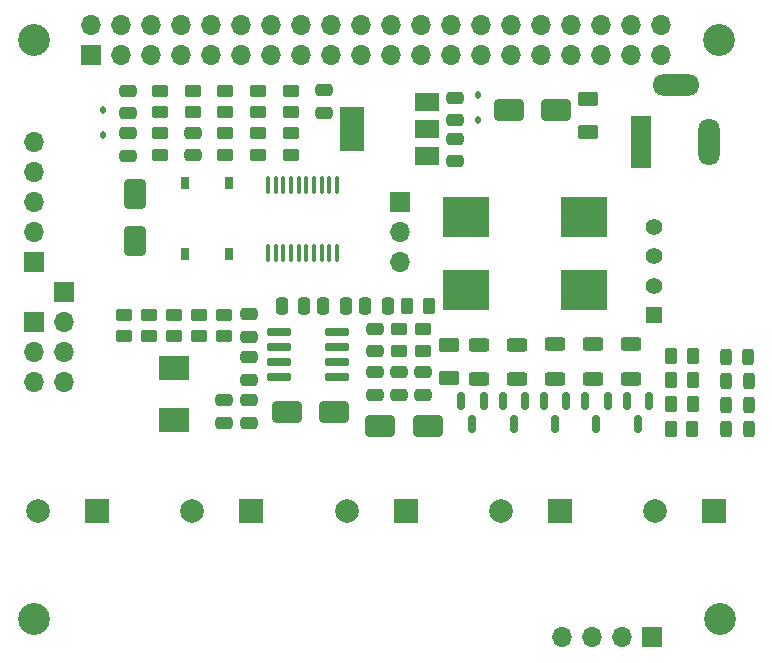
<source format=gbr>
%TF.GenerationSoftware,KiCad,Pcbnew,(7.0.0-0)*%
%TF.CreationDate,2023-04-09T21:16:23-05:00*%
%TF.ProjectId,ras_pi_supercap_ups,7261735f-7069-45f7-9375-706572636170,rev?*%
%TF.SameCoordinates,Original*%
%TF.FileFunction,Soldermask,Top*%
%TF.FilePolarity,Negative*%
%FSLAX46Y46*%
G04 Gerber Fmt 4.6, Leading zero omitted, Abs format (unit mm)*
G04 Created by KiCad (PCBNEW (7.0.0-0)) date 2023-04-09 21:16:23*
%MOMM*%
%LPD*%
G01*
G04 APERTURE LIST*
G04 Aperture macros list*
%AMRoundRect*
0 Rectangle with rounded corners*
0 $1 Rounding radius*
0 $2 $3 $4 $5 $6 $7 $8 $9 X,Y pos of 4 corners*
0 Add a 4 corners polygon primitive as box body*
4,1,4,$2,$3,$4,$5,$6,$7,$8,$9,$2,$3,0*
0 Add four circle primitives for the rounded corners*
1,1,$1+$1,$2,$3*
1,1,$1+$1,$4,$5*
1,1,$1+$1,$6,$7*
1,1,$1+$1,$8,$9*
0 Add four rect primitives between the rounded corners*
20,1,$1+$1,$2,$3,$4,$5,0*
20,1,$1+$1,$4,$5,$6,$7,0*
20,1,$1+$1,$6,$7,$8,$9,0*
20,1,$1+$1,$8,$9,$2,$3,0*%
G04 Aperture macros list end*
%ADD10RoundRect,0.243750X0.243750X0.456250X-0.243750X0.456250X-0.243750X-0.456250X0.243750X-0.456250X0*%
%ADD11RoundRect,0.112500X-0.112500X0.187500X-0.112500X-0.187500X0.112500X-0.187500X0.112500X0.187500X0*%
%ADD12RoundRect,0.150000X-0.150000X0.587500X-0.150000X-0.587500X0.150000X-0.587500X0.150000X0.587500X0*%
%ADD13RoundRect,0.250000X0.625000X-0.312500X0.625000X0.312500X-0.625000X0.312500X-0.625000X-0.312500X0*%
%ADD14R,2.000000X2.000000*%
%ADD15C,2.000000*%
%ADD16RoundRect,0.250000X0.475000X-0.250000X0.475000X0.250000X-0.475000X0.250000X-0.475000X-0.250000X0*%
%ADD17RoundRect,0.250000X-0.475000X0.250000X-0.475000X-0.250000X0.475000X-0.250000X0.475000X0.250000X0*%
%ADD18R,1.408000X1.408000*%
%ADD19C,1.408000*%
%ADD20C,2.700000*%
%ADD21RoundRect,0.250000X-0.450000X0.262500X-0.450000X-0.262500X0.450000X-0.262500X0.450000X0.262500X0*%
%ADD22R,2.500000X2.000000*%
%ADD23R,0.750000X1.000000*%
%ADD24RoundRect,0.250000X0.250000X0.475000X-0.250000X0.475000X-0.250000X-0.475000X0.250000X-0.475000X0*%
%ADD25RoundRect,0.250000X-0.262500X-0.450000X0.262500X-0.450000X0.262500X0.450000X-0.262500X0.450000X0*%
%ADD26RoundRect,0.250000X-0.250000X-0.475000X0.250000X-0.475000X0.250000X0.475000X-0.250000X0.475000X0*%
%ADD27RoundRect,0.250000X0.450000X-0.262500X0.450000X0.262500X-0.450000X0.262500X-0.450000X-0.262500X0*%
%ADD28R,4.000000X3.400000*%
%ADD29RoundRect,0.250000X1.000000X0.650000X-1.000000X0.650000X-1.000000X-0.650000X1.000000X-0.650000X0*%
%ADD30RoundRect,0.250000X0.262500X0.450000X-0.262500X0.450000X-0.262500X-0.450000X0.262500X-0.450000X0*%
%ADD31R,1.700000X1.700000*%
%ADD32O,1.700000X1.700000*%
%ADD33RoundRect,0.100000X0.100000X-0.637500X0.100000X0.637500X-0.100000X0.637500X-0.100000X-0.637500X0*%
%ADD34RoundRect,0.250000X-1.000000X-0.650000X1.000000X-0.650000X1.000000X0.650000X-1.000000X0.650000X0*%
%ADD35RoundRect,0.042000X0.943000X0.258000X-0.943000X0.258000X-0.943000X-0.258000X0.943000X-0.258000X0*%
%ADD36RoundRect,0.250000X0.625000X-0.375000X0.625000X0.375000X-0.625000X0.375000X-0.625000X-0.375000X0*%
%ADD37R,2.000000X1.500000*%
%ADD38R,2.000000X3.800000*%
%ADD39R,1.800000X4.400000*%
%ADD40O,1.800000X4.000000*%
%ADD41O,4.000000X1.800000*%
%ADD42RoundRect,0.250000X-0.650000X1.000000X-0.650000X-1.000000X0.650000X-1.000000X0.650000X1.000000X0*%
G04 APERTURE END LIST*
D10*
%TO.C,D5*%
X113951595Y-130302000D03*
X112076595Y-130302000D03*
%TD*%
D11*
%TO.C,D1*%
X91100000Y-108170000D03*
X91100000Y-110270000D03*
%TD*%
D12*
%TO.C,U3*%
X98540000Y-134082500D03*
X96640000Y-134082500D03*
X97590000Y-135957500D03*
%TD*%
D13*
%TO.C,R5*%
X104010000Y-132182500D03*
X104010000Y-129257500D03*
%TD*%
D14*
%TO.C,C3*%
X84940936Y-143399999D03*
D15*
X79940937Y-143400000D03*
%TD*%
D16*
%TO.C,C18*%
X82326000Y-129829500D03*
X82326000Y-127929500D03*
%TD*%
D17*
%TO.C,C13*%
X61400000Y-111370000D03*
X61400000Y-113270000D03*
%TD*%
D11*
%TO.C,D7*%
X59300000Y-109450000D03*
X59300000Y-111550000D03*
%TD*%
D18*
%TO.C,J5*%
X105959999Y-126797499D03*
D19*
X105960000Y-124297500D03*
X105960000Y-121797500D03*
X105960000Y-119297500D03*
%TD*%
D14*
%TO.C,C1*%
X111057914Y-143399999D03*
D15*
X106057915Y-143400000D03*
%TD*%
D20*
%TO.C,H1*%
X53500000Y-103500000D03*
%TD*%
D21*
%TO.C,R18*%
X75200000Y-111387500D03*
X75200000Y-113212500D03*
%TD*%
D20*
%TO.C,H2*%
X111500000Y-103500000D03*
%TD*%
D22*
%TO.C,L1*%
X65328999Y-131259499D03*
X65328999Y-135659499D03*
%TD*%
D20*
%TO.C,H4*%
X111540000Y-152500000D03*
%TD*%
D17*
%TO.C,C11*%
X66915000Y-111350000D03*
X66915000Y-113250000D03*
%TD*%
D23*
%TO.C,SW1*%
X66224999Y-121617999D03*
X66224999Y-115617999D03*
X69974999Y-121617999D03*
X69974999Y-115617999D03*
%TD*%
D24*
%TO.C,C19*%
X76336000Y-126038000D03*
X74436000Y-126038000D03*
%TD*%
D25*
%TO.C,R15*%
X107437500Y-130257000D03*
X109262500Y-130257000D03*
%TD*%
D26*
%TO.C,C9*%
X81525332Y-126038000D03*
X83425332Y-126038000D03*
%TD*%
D16*
%TO.C,C17*%
X71716000Y-132244500D03*
X71716000Y-130344500D03*
%TD*%
D12*
%TO.C,U1*%
X105540000Y-134082500D03*
X103640000Y-134082500D03*
X104590000Y-135957500D03*
%TD*%
D27*
%TO.C,R20*%
X66915000Y-109612500D03*
X66915000Y-107787500D03*
%TD*%
D14*
%TO.C,C5*%
X58823958Y-143399999D03*
D15*
X53823959Y-143400000D03*
%TD*%
D28*
%TO.C,R4*%
X100019999Y-118459999D03*
X90019999Y-118459999D03*
%TD*%
D13*
%TO.C,R9*%
X91170000Y-132222500D03*
X91170000Y-129297500D03*
%TD*%
D27*
%TO.C,R23*%
X84366000Y-129792000D03*
X84366000Y-127967000D03*
%TD*%
D29*
%TO.C,D4*%
X86806000Y-136144000D03*
X82806000Y-136144000D03*
%TD*%
D17*
%TO.C,C7*%
X89154000Y-111826000D03*
X89154000Y-113726000D03*
%TD*%
D21*
%TO.C,R13*%
X64172500Y-107787500D03*
X64172500Y-109612500D03*
%TD*%
D13*
%TO.C,R8*%
X94380000Y-132222500D03*
X94380000Y-129297500D03*
%TD*%
D20*
%TO.C,H3*%
X53500000Y-152500000D03*
%TD*%
D30*
%TO.C,R21*%
X86912500Y-126038000D03*
X85087500Y-126038000D03*
%TD*%
D17*
%TO.C,C16*%
X82326000Y-131619500D03*
X82326000Y-133519500D03*
%TD*%
%TO.C,C14*%
X86406000Y-131619500D03*
X86406000Y-133519500D03*
%TD*%
D21*
%TO.C,R1*%
X69657500Y-107787500D03*
X69657500Y-109612500D03*
%TD*%
D10*
%TO.C,D6*%
X113967500Y-132334000D03*
X112092500Y-132334000D03*
%TD*%
D27*
%TO.C,R25*%
X61116000Y-128572000D03*
X61116000Y-126747000D03*
%TD*%
D14*
%TO.C,C4*%
X71882447Y-143399999D03*
D15*
X66882448Y-143400000D03*
%TD*%
D16*
%TO.C,C22*%
X71716000Y-135879500D03*
X71716000Y-133979500D03*
%TD*%
D31*
%TO.C,J3*%
X53500999Y-127359999D03*
D32*
X53500999Y-129899999D03*
X53500999Y-132439999D03*
%TD*%
D25*
%TO.C,R16*%
X107437500Y-132289000D03*
X109262500Y-132289000D03*
%TD*%
D17*
%TO.C,C8*%
X78066000Y-107750000D03*
X78066000Y-109650000D03*
%TD*%
D33*
%TO.C,U7*%
X73275000Y-121480500D03*
X73925000Y-121480500D03*
X74575000Y-121480500D03*
X75225000Y-121480500D03*
X75875000Y-121480500D03*
X76525000Y-121480500D03*
X77175000Y-121480500D03*
X77825000Y-121480500D03*
X78475000Y-121480500D03*
X79125000Y-121480500D03*
X79125000Y-115755500D03*
X78475000Y-115755500D03*
X77825000Y-115755500D03*
X77175000Y-115755500D03*
X76525000Y-115755500D03*
X75875000Y-115755500D03*
X75225000Y-115755500D03*
X74575000Y-115755500D03*
X73925000Y-115755500D03*
X73275000Y-115755500D03*
%TD*%
D25*
%TO.C,R17*%
X107395000Y-136398000D03*
X109220000Y-136398000D03*
%TD*%
D13*
%TO.C,R6*%
X100800000Y-132182500D03*
X100800000Y-129257500D03*
%TD*%
D34*
%TO.C,D10*%
X74911000Y-134949500D03*
X78911000Y-134949500D03*
%TD*%
D16*
%TO.C,C20*%
X69572000Y-135879500D03*
X69572000Y-133979500D03*
%TD*%
D10*
%TO.C,D8*%
X113967500Y-136398000D03*
X112092500Y-136398000D03*
%TD*%
D35*
%TO.C,U8*%
X79126000Y-132007000D03*
X79126000Y-130737000D03*
X79126000Y-129467000D03*
X79126000Y-128197000D03*
X74186000Y-128197000D03*
X74186000Y-129467000D03*
X74186000Y-130737000D03*
X74186000Y-132007000D03*
%TD*%
D12*
%TO.C,U5*%
X91540000Y-134082500D03*
X89640000Y-134082500D03*
X90590000Y-135957500D03*
%TD*%
D21*
%TO.C,R11*%
X72400000Y-107787500D03*
X72400000Y-109612500D03*
%TD*%
%TO.C,R26*%
X63230000Y-126747000D03*
X63230000Y-128572000D03*
%TD*%
D27*
%TO.C,R24*%
X69572000Y-128572000D03*
X69572000Y-126747000D03*
%TD*%
D24*
%TO.C,C10*%
X79880666Y-126038000D03*
X77980666Y-126038000D03*
%TD*%
D27*
%TO.C,R22*%
X86406000Y-129792000D03*
X86406000Y-127967000D03*
%TD*%
D16*
%TO.C,C21*%
X71716000Y-128609500D03*
X71716000Y-126709500D03*
%TD*%
D12*
%TO.C,U2*%
X102040000Y-134082500D03*
X100140000Y-134082500D03*
X101090000Y-135957500D03*
%TD*%
D21*
%TO.C,R12*%
X72400000Y-111387500D03*
X72400000Y-113212500D03*
%TD*%
D27*
%TO.C,R19*%
X75200000Y-109612500D03*
X75200000Y-107787500D03*
%TD*%
D36*
%TO.C,F1*%
X100400000Y-111300000D03*
X100400000Y-108500000D03*
%TD*%
D21*
%TO.C,R14*%
X64157500Y-111387500D03*
X64157500Y-113212500D03*
%TD*%
D13*
%TO.C,R7*%
X97590000Y-132182500D03*
X97590000Y-129257500D03*
%TD*%
D25*
%TO.C,R10*%
X107437500Y-134321000D03*
X109262500Y-134321000D03*
%TD*%
D12*
%TO.C,U4*%
X95040000Y-134082500D03*
X93140000Y-134082500D03*
X94090000Y-135957500D03*
%TD*%
D10*
%TO.C,D3*%
X113967500Y-134366000D03*
X112092500Y-134366000D03*
%TD*%
D37*
%TO.C,U6*%
X86715999Y-113297999D03*
X86715999Y-110997999D03*
D38*
X80415999Y-110997999D03*
D37*
X86715999Y-108697999D03*
%TD*%
D31*
%TO.C,J2*%
X53500999Y-122279999D03*
D32*
X53500999Y-119739999D03*
X53500999Y-117199999D03*
X53500999Y-114659999D03*
X53500999Y-112119999D03*
%TD*%
D27*
%TO.C,R2*%
X69672500Y-113212500D03*
X69672500Y-111387500D03*
%TD*%
D39*
%TO.C,J4*%
X104849999Y-112105999D03*
D40*
X110649999Y-112105999D03*
D41*
X107849999Y-107305999D03*
%TD*%
D28*
%TO.C,R3*%
X100019999Y-124629999D03*
X90019999Y-124629999D03*
%TD*%
D17*
%TO.C,C15*%
X84366000Y-131619500D03*
X84366000Y-133519500D03*
%TD*%
D36*
%TO.C,F2*%
X88646000Y-132078000D03*
X88646000Y-129278000D03*
%TD*%
D16*
%TO.C,C12*%
X61400000Y-109670000D03*
X61400000Y-107770000D03*
%TD*%
D27*
%TO.C,R28*%
X65344000Y-128572000D03*
X65344000Y-126747000D03*
%TD*%
D16*
%TO.C,C6*%
X89122000Y-110252000D03*
X89122000Y-108352000D03*
%TD*%
D34*
%TO.C,D2*%
X93665000Y-109370000D03*
X97665000Y-109370000D03*
%TD*%
D14*
%TO.C,C2*%
X97999425Y-143399999D03*
D15*
X92999426Y-143400000D03*
%TD*%
D27*
%TO.C,R27*%
X67458000Y-128572000D03*
X67458000Y-126747000D03*
%TD*%
D42*
%TO.C,D9*%
X62050000Y-116500000D03*
X62050000Y-120500000D03*
%TD*%
D31*
%TO.C,J6*%
X105804999Y-154039999D03*
D32*
X103264999Y-154039999D03*
X100724999Y-154039999D03*
X98184999Y-154039999D03*
%TD*%
D31*
%TO.C,J8*%
X58299999Y-104769999D03*
D32*
X58299999Y-102229999D03*
X60839999Y-104769999D03*
X60839999Y-102229999D03*
X63379999Y-104769999D03*
X63379999Y-102229999D03*
X65919999Y-104769999D03*
X65919999Y-102229999D03*
X68459999Y-104769999D03*
X68459999Y-102229999D03*
X70999999Y-104769999D03*
X70999999Y-102229999D03*
X73539999Y-104769999D03*
X73539999Y-102229999D03*
X76079999Y-104769999D03*
X76079999Y-102229999D03*
X78619999Y-104769999D03*
X78619999Y-102229999D03*
X81159999Y-104769999D03*
X81159999Y-102229999D03*
X83699999Y-104769999D03*
X83699999Y-102229999D03*
X86239999Y-104769999D03*
X86239999Y-102229999D03*
X88779999Y-104769999D03*
X88779999Y-102229999D03*
X91319999Y-104769999D03*
X91319999Y-102229999D03*
X93859999Y-104769999D03*
X93859999Y-102229999D03*
X96399999Y-104769999D03*
X96399999Y-102229999D03*
X98939999Y-104769999D03*
X98939999Y-102229999D03*
X101479999Y-104769999D03*
X101479999Y-102229999D03*
X104019999Y-104769999D03*
X104019999Y-102229999D03*
X106559999Y-104769999D03*
X106559999Y-102229999D03*
%TD*%
D31*
%TO.C,J7*%
X56040999Y-124819999D03*
D32*
X56040999Y-127359999D03*
X56040999Y-129899999D03*
X56040999Y-132439999D03*
%TD*%
D31*
%TO.C,J1*%
X84467999Y-117221999D03*
D32*
X84467999Y-119761999D03*
X84467999Y-122301999D03*
%TD*%
M02*

</source>
